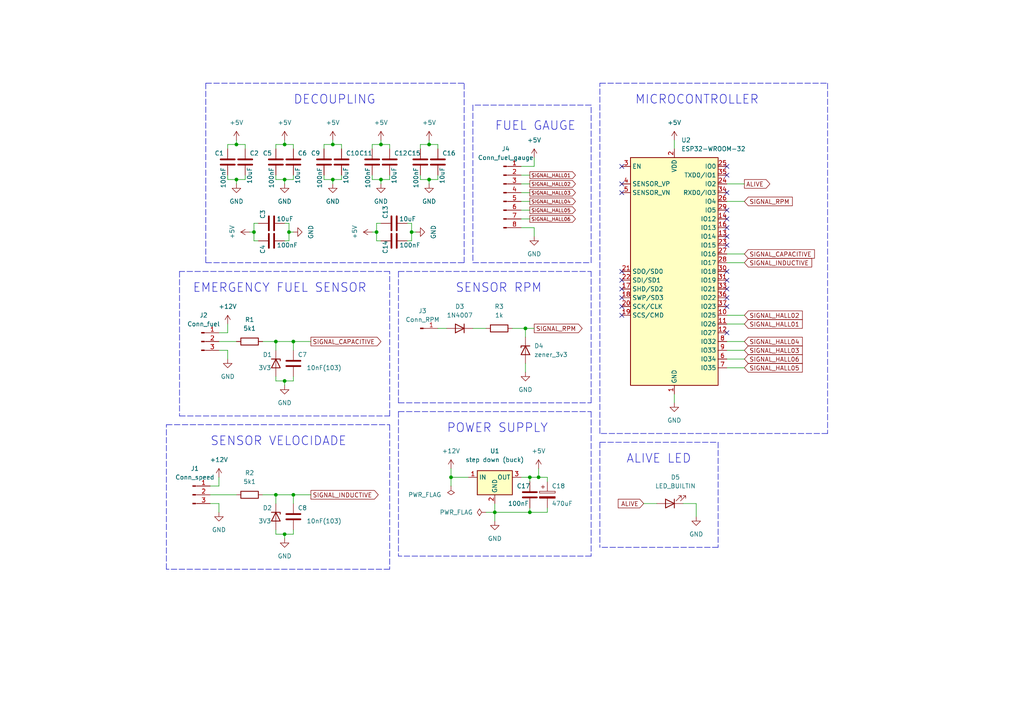
<source format=kicad_sch>
(kicad_sch (version 20211123) (generator eeschema)
  (paper "A4")
  (title_block (title "ECU2") (date "2022-10-30") (rev "v1.0.5") (company "Parahybaja"))
  (lib_symbols
    (symbol "Connector:Conn_01x01_Male" (pin_names (offset 1.016) hide)
      (property "Reference" "J" (at 0 2.54 0))
      (property "Value" "Conn_01x01_Male" (at 0 -2.54 0))
      (symbol "Conn_01x01_Male_1_1"
        (polyline (pts (xy 1.27 0) (xy 0.8636 0)) (stroke (width 0.1524)))
        (rectangle (start 0.8636 0.127) (end 0 -0.127) (stroke (width 0.1524)) (fill (type outline)))
        (pin passive line (at 5.08 0 180) (length 3.81) (name "Pin_1") (number "1"))
      )
    )
    (symbol "Connector:Conn_01x03_Male" (pin_names (offset 1.016) hide)
      (property "Reference" "J" (at 0 5.08 0))
      (property "Value" "Conn_01x03_Male" (at 0 -5.08 0))
      (symbol "Conn_01x03_Male_1_1"
        (polyline (pts (xy 1.27 -2.54) (xy 0.8636 -2.54)) (stroke (width 0.1524)))
        (polyline (pts (xy 1.27 0) (xy 0.8636 0)) (stroke (width 0.1524)))
        (polyline (pts (xy 1.27 2.54) (xy 0.8636 2.54)) (stroke (width 0.1524)))
        (rectangle (start 0.8636 -2.413) (end 0 -2.667) (stroke (width 0.1524)) (fill (type outline)))
        (rectangle (start 0.8636 0.127) (end 0 -0.127) (stroke (width 0.1524)) (fill (type outline)))
        (rectangle (start 0.8636 2.667) (end 0 2.413) (stroke (width 0.1524)) (fill (type outline)))
        (pin passive line (at 5.08 2.54 180) (length 3.81) (name "Pin_1") (number "1"))
        (pin passive line (at 5.08 0 180) (length 3.81) (name "Pin_2") (number "2"))
        (pin passive line (at 5.08 -2.54 180) (length 3.81) (name "Pin_3") (number "3"))
      )
    )
    (symbol "Connector:Conn_01x08_Male" (pin_names (offset 1.016) hide)
      (property "Reference" "J" (at 0 10.16 0))
      (property "Value" "Conn_01x08_Male" (at 0 -12.7 0))
      (symbol "Conn_01x08_Male_1_1"
        (polyline (pts (xy 1.27 -10.16) (xy 0.8636 -10.16)) (stroke (width 0.1524)))
        (polyline (pts (xy 1.27 -7.62) (xy 0.8636 -7.62)) (stroke (width 0.1524)))
        (polyline (pts (xy 1.27 -5.08) (xy 0.8636 -5.08)) (stroke (width 0.1524)))
        (polyline (pts (xy 1.27 -2.54) (xy 0.8636 -2.54)) (stroke (width 0.1524)))
        (polyline (pts (xy 1.27 0) (xy 0.8636 0)) (stroke (width 0.1524)))
        (polyline (pts (xy 1.27 2.54) (xy 0.8636 2.54)) (stroke (width 0.1524)))
        (polyline (pts (xy 1.27 5.08) (xy 0.8636 5.08)) (stroke (width 0.1524)))
        (polyline (pts (xy 1.27 7.62) (xy 0.8636 7.62)) (stroke (width 0.1524)))
        (rectangle (start 0.8636 -10.033) (end 0 -10.287) (stroke (width 0.1524)) (fill (type outline)))
        (rectangle (start 0.8636 -7.493) (end 0 -7.747) (stroke (width 0.1524)) (fill (type outline)))
        (rectangle (start 0.8636 -4.953) (end 0 -5.207) (stroke (width 0.1524)) (fill (type outline)))
        (rectangle (start 0.8636 -2.413) (end 0 -2.667) (stroke (width 0.1524)) (fill (type outline)))
        (rectangle (start 0.8636 0.127) (end 0 -0.127) (stroke (width 0.1524)) (fill (type outline)))
        (rectangle (start 0.8636 2.667) (end 0 2.413) (stroke (width 0.1524)) (fill (type outline)))
        (rectangle (start 0.8636 5.207) (end 0 4.953) (stroke (width 0.1524)) (fill (type outline)))
        (rectangle (start 0.8636 7.747) (end 0 7.493) (stroke (width 0.1524)) (fill (type outline)))
        (pin passive line (at 5.08 7.62 180) (length 3.81) (name "Pin_1") (number "1"))
        (pin passive line (at 5.08 5.08 180) (length 3.81) (name "Pin_2") (number "2"))
        (pin passive line (at 5.08 2.54 180) (length 3.81) (name "Pin_3") (number "3"))
        (pin passive line (at 5.08 0 180) (length 3.81) (name "Pin_4") (number "4"))
        (pin passive line (at 5.08 -2.54 180) (length 3.81) (name "Pin_5") (number "5"))
        (pin passive line (at 5.08 -5.08 180) (length 3.81) (name "Pin_6") (number "6"))
        (pin passive line (at 5.08 -7.62 180) (length 3.81) (name "Pin_7") (number "7"))
        (pin passive line (at 5.08 -10.16 180) (length 3.81) (name "Pin_8") (number "8"))
      )
    )
    (symbol "Converter_DCDC:OKI-78SR-3.3_1.5-W36-C"
      (property "Reference" "U" (at -3.81 3.175 0))
      (property "Value" "OKI-78SR-3.3_1.5-W36-C" (at 0 3.175 0))
      (symbol "OKI-78SR-3.3_1.5-W36-C_0_1"
        (rectangle (start -5.08 1.905) (end 5.08 -5.08) (stroke (width 0.254)) (fill (type background)))
      )
      (symbol "OKI-78SR-3.3_1.5-W36-C_1_1"
        (pin power_in line (at -7.62 0 0) (length 2.54) (name "IN") (number "1"))
        (pin power_in line (at 0 -7.62 90) (length 2.54) (name "GND") (number "2"))
        (pin power_out line (at 7.62 0 180) (length 2.54) (name "OUT") (number "3"))
      )
    )
    (symbol "Device:C" (pin_numbers hide) (pin_names (offset 0.254))
      (property "Reference" "C" (at 0.635 2.54 0))
      (property "Value" "C" (at 0.635 -2.54 0))
      (symbol "C_0_1"
        (polyline (pts (xy -2.032 -0.762) (xy 2.032 -0.762)) (stroke (width 0.508)))
        (polyline (pts (xy -2.032 0.762) (xy 2.032 0.762)) (stroke (width 0.508)))
      )
      (symbol "C_1_1"
        (pin passive line (at 0 3.81 270) (length 2.794) (name "~") (number "1"))
        (pin passive line (at 0 -3.81 90) (length 2.794) (name "~") (number "2"))
      )
    )
    (symbol "Device:C_Polarized" (pin_numbers hide) (pin_names (offset 0.254))
      (property "Reference" "C" (at 0.635 2.54 0))
      (property "Value" "C_Polarized" (at 0.635 -2.54 0))
      (symbol "C_Polarized_0_1"
        (rectangle (start -2.286 0.508) (end 2.286 1.016))
        (polyline (pts (xy -1.778 2.286) (xy -0.762 2.286)))
        (polyline (pts (xy -1.27 2.794) (xy -1.27 1.778)))
        (rectangle (start 2.286 -0.508) (end -2.286 -1.016) (fill (type outline)))
      )
      (symbol "C_Polarized_1_1"
        (pin passive line (at 0 3.81 270) (length 2.794) (name "~") (number "1"))
        (pin passive line (at 0 -3.81 90) (length 2.794) (name "~") (number "2"))
      )
    )
    (symbol "Device:D_Zener" (pin_numbers hide) (pin_names (offset 1.016) hide)
      (property "Reference" "D" (at 0 2.54 0))
      (property "Value" "D_Zener" (at 0 -2.54 0))
      (symbol "D_Zener_0_1"
        (polyline (pts (xy 1.27 0) (xy -1.27 0)))
        (polyline (pts (xy -1.27 -1.27) (xy -1.27 1.27) (xy -0.762 1.27)) (stroke (width 0.254)))
        (polyline (pts (xy 1.27 -1.27) (xy 1.27 1.27) (xy -1.27 0) (xy 1.27 -1.27)) (stroke (width 0.254)))
      )
      (symbol "D_Zener_1_1"
        (pin passive line (at -3.81 0 0) (length 2.54) (name "K") (number "1"))
        (pin passive line (at 3.81 0 180) (length 2.54) (name "A") (number "2"))
      )
    )
    (symbol "Device:LED" (pin_numbers hide) (pin_names (offset 1.016) hide)
      (property "Reference" "D" (at 0 2.54 0))
      (property "Value" "LED" (at 0 -2.54 0))
      (symbol "LED_0_1"
        (polyline (pts (xy -1.27 -1.27) (xy -1.27 1.27)) (stroke (width 0.254)))
        (polyline (pts (xy -1.27 0) (xy 1.27 0)))
        (polyline (pts (xy 1.27 -1.27) (xy 1.27 1.27) (xy -1.27 0) (xy 1.27 -1.27)) (stroke (width 0.254)))
        (polyline (pts (xy -3.048 -0.762) (xy -4.572 -2.286) (xy -3.81 -2.286) (xy -4.572 -2.286) (xy -4.572 -1.524)))
        (polyline (pts (xy -1.778 -0.762) (xy -3.302 -2.286) (xy -2.54 -2.286) (xy -3.302 -2.286) (xy -3.302 -1.524)))
      )
      (symbol "LED_1_1"
        (pin passive line (at -3.81 0 0) (length 2.54) (name "K") (number "1"))
        (pin passive line (at 3.81 0 180) (length 2.54) (name "A") (number "2"))
      )
    )
    (symbol "Device:R" (pin_numbers hide) (pin_names (offset 0))
      (property "Reference" "R" (at 2.032 0 90))
      (property "Value" "R" (at 0 0 90))
      (symbol "R_0_1"
        (rectangle (start -1.016 -2.54) (end 1.016 2.54) (stroke (width 0.254)))
      )
      (symbol "R_1_1"
        (pin passive line (at 0 3.81 270) (length 1.27) (name "~") (number "1"))
        (pin passive line (at 0 -3.81 90) (length 1.27) (name "~") (number "2"))
      )
    )
    (symbol "Diode:1N4007" (pin_numbers hide) (pin_names (offset 1.016) hide)
      (property "Reference" "D" (at 0 2.54 0))
      (property "Value" "1N4007" (at 0 -2.54 0))
      (symbol "1N4007_0_1"
        (polyline (pts (xy -1.27 1.27) (xy -1.27 -1.27)) (stroke (width 0.254)))
        (polyline (pts (xy 1.27 0) (xy -1.27 0)))
        (polyline (pts (xy 1.27 1.27) (xy 1.27 -1.27) (xy -1.27 0) (xy 1.27 1.27)) (stroke (width 0.254)))
      )
      (symbol "1N4007_1_1"
        (pin passive line (at -3.81 0 0) (length 2.54) (name "K") (number "1"))
        (pin passive line (at 3.81 0 180) (length 2.54) (name "A") (number "2"))
      )
    )
    (symbol "RF_Module:ESP32-WROOM-32"
      (property "Reference" "U" (at -12.7 34.29 0))
      (property "Value" "ESP32-WROOM-32" (at 1.27 34.29 0))
      (symbol "ESP32-WROOM-32_0_1"
        (rectangle (start -12.7 33.02) (end 12.7 -33.02) (stroke (width 0.254)) (fill (type background)))
      )
      (symbol "ESP32-WROOM-32_1_1"
        (pin power_in line (at 0 -35.56 90) (length 2.54) (name "GND") (number "1"))
        (pin bidirectional line (at 15.24 -12.7 180) (length 2.54) (name "IO25") (number "10"))
        (pin bidirectional line (at 15.24 -15.24 180) (length 2.54) (name "IO26") (number "11"))
        (pin bidirectional line (at 15.24 -17.78 180) (length 2.54) (name "IO27") (number "12"))
        (pin bidirectional line (at 15.24 10.16 180) (length 2.54) (name "IO14") (number "13"))
        (pin bidirectional line (at 15.24 15.24 180) (length 2.54) (name "IO12") (number "14"))
        (pin passive line (at 0 -35.56 90) (length 2.54) hide (name "GND") (number "15"))
        (pin bidirectional line (at 15.24 12.7 180) (length 2.54) (name "IO13") (number "16"))
        (pin bidirectional line (at -15.24 -5.08 0) (length 2.54) (name "SHD/SD2") (number "17"))
        (pin bidirectional line (at -15.24 -7.62 0) (length 2.54) (name "SWP/SD3") (number "18"))
        (pin bidirectional line (at -15.24 -12.7 0) (length 2.54) (name "SCS/CMD") (number "19"))
        (pin power_in line (at 0 35.56 270) (length 2.54) (name "VDD") (number "2"))
        (pin bidirectional line (at -15.24 -10.16 0) (length 2.54) (name "SCK/CLK") (number "20"))
        (pin bidirectional line (at -15.24 0 0) (length 2.54) (name "SDO/SD0") (number "21"))
        (pin bidirectional line (at -15.24 -2.54 0) (length 2.54) (name "SDI/SD1") (number "22"))
        (pin bidirectional line (at 15.24 7.62 180) (length 2.54) (name "IO15") (number "23"))
        (pin bidirectional line (at 15.24 25.4 180) (length 2.54) (name "IO2") (number "24"))
        (pin bidirectional line (at 15.24 30.48 180) (length 2.54) (name "IO0") (number "25"))
        (pin bidirectional line (at 15.24 20.32 180) (length 2.54) (name "IO4") (number "26"))
        (pin bidirectional line (at 15.24 5.08 180) (length 2.54) (name "IO16") (number "27"))
        (pin bidirectional line (at 15.24 2.54 180) (length 2.54) (name "IO17") (number "28"))
        (pin bidirectional line (at 15.24 17.78 180) (length 2.54) (name "IO5") (number "29"))
        (pin input line (at -15.24 30.48 0) (length 2.54) (name "EN") (number "3"))
        (pin bidirectional line (at 15.24 0 180) (length 2.54) (name "IO18") (number "30"))
        (pin bidirectional line (at 15.24 -2.54 180) (length 2.54) (name "IO19") (number "31"))
        (pin no_connect line (at -12.7 -27.94 0) (length 2.54) hide (name "NC") (number "32"))
        (pin bidirectional line (at 15.24 -5.08 180) (length 2.54) (name "IO21") (number "33"))
        (pin bidirectional line (at 15.24 22.86 180) (length 2.54) (name "RXD0/IO3") (number "34"))
        (pin bidirectional line (at 15.24 27.94 180) (length 2.54) (name "TXD0/IO1") (number "35"))
        (pin bidirectional line (at 15.24 -7.62 180) (length 2.54) (name "IO22") (number "36"))
        (pin bidirectional line (at 15.24 -10.16 180) (length 2.54) (name "IO23") (number "37"))
        (pin passive line (at 0 -35.56 90) (length 2.54) hide (name "GND") (number "38"))
        (pin passive line (at 0 -35.56 90) (length 2.54) hide (name "GND") (number "39"))
        (pin input line (at -15.24 25.4 0) (length 2.54) (name "SENSOR_VP") (number "4"))
        (pin input line (at -15.24 22.86 0) (length 2.54) (name "SENSOR_VN") (number "5"))
        (pin input line (at 15.24 -25.4 180) (length 2.54) (name "IO34") (number "6"))
        (pin input line (at 15.24 -27.94 180) (length 2.54) (name "IO35") (number "7"))
        (pin bidirectional line (at 15.24 -20.32 180) (length 2.54) (name "IO32") (number "8"))
        (pin bidirectional line (at 15.24 -22.86 180) (length 2.54) (name "IO33") (number "9"))
      )
    )
    (symbol "power:+12V" (power) (pin_names (offset 0))
      (property "Value" "+12V" (at 0 3.556 0))
      (symbol "+12V_0_1"
        (polyline (pts (xy -0.762 1.27) (xy 0 2.54)))
        (polyline (pts (xy 0 0) (xy 0 2.54)))
        (polyline (pts (xy 0 2.54) (xy 0.762 1.27)))
      )
      (symbol "+12V_1_1"
        (pin power_in line (at 0 0 90) (length 0) hide (name "+12V") (number "1"))
      )
    )
    (symbol "power:+5V" (power) (pin_names (offset 0))
      (property "Value" "+5V" (at 0 3.556 0))
      (symbol "+5V_0_1"
        (polyline (pts (xy -0.762 1.27) (xy 0 2.54)))
        (polyline (pts (xy 0 0) (xy 0 2.54)))
        (polyline (pts (xy 0 2.54) (xy 0.762 1.27)))
      )
      (symbol "+5V_1_1"
        (pin power_in line (at 0 0 90) (length 0) hide (name "+5V") (number "1"))
      )
    )
    (symbol "power:GND" (power) (pin_names (offset 0))
      (property "Value" "GND" (at 0 -3.81 0))
      (symbol "GND_0_1"
        (polyline (pts (xy 0 0) (xy 0 -1.27) (xy 1.27 -1.27) (xy 0 -2.54) (xy -1.27 -1.27) (xy 0 -1.27)))
      )
      (symbol "GND_1_1"
        (pin power_in line (at 0 0 270) (length 0) hide (name "GND") (number "1"))
      )
    )
    (symbol "power:PWR_FLAG" (power) (pin_numbers hide) (pin_names (offset 0) hide)
      (property "Value" "PWR_FLAG" (at 0 3.81 0))
      (symbol "PWR_FLAG_0_0"
        (pin power_out line (at 0 0 90) (length 0) (name "pwr") (number "1"))
      )
      (symbol "PWR_FLAG_0_1"
        (polyline (pts (xy 0 0) (xy 0 1.27) (xy -1.016 1.905) (xy 0 2.54) (xy 1.016 1.905) (xy 0 1.27)))
      )
    )
  )
  (junction (at 68.58 41.91))
  (junction (at 124.46 52.07))
  (junction (at 152.4 95.25))
  (junction (at 153.67 138.43))
  (junction (at 110.49 41.91))
  (junction (at 68.58 52.07))
  (junction (at 80.01 99.06))
  (junction (at 130.81 138.43))
  (junction (at 85.09 99.06))
  (junction (at 156.21 138.43))
  (junction (at 109.22 67.31))
  (junction (at 119.38 67.31))
  (junction (at 82.55 110.49))
  (junction (at 124.46 41.91))
  (junction (at 153.67 148.59))
  (junction (at 96.52 52.07))
  (junction (at 96.52 41.91))
  (junction (at 110.49 52.07))
  (junction (at 83.82 67.31))
  (junction (at 73.66 67.31))
  (junction (at 80.01 143.51))
  (junction (at 82.55 41.91))
  (junction (at 82.55 154.94))
  (junction (at 85.09 143.51))
  (junction (at 143.51 148.59))
  (junction (at 82.55 52.07))
  (no_connect (at 210.82 66.04))
  (no_connect (at 180.34 78.74))
  (no_connect (at 210.82 63.5))
  (no_connect (at 180.34 88.9))
  (no_connect (at 180.34 91.44))
  (no_connect (at 180.34 81.28))
  (no_connect (at 180.34 83.82))
  (no_connect (at 180.34 86.36))
  (no_connect (at 210.82 81.28))
  (no_connect (at 180.34 55.88))
  (no_connect (at 180.34 53.34))
  (no_connect (at 210.82 78.74))
  (no_connect (at 210.82 88.9))
  (no_connect (at 210.82 50.8))
  (no_connect (at 210.82 96.52))
  (no_connect (at 210.82 71.12))
  (no_connect (at 210.82 86.36))
  (no_connect (at 180.34 48.26))
  (no_connect (at 210.82 48.26))
  (no_connect (at 210.82 60.96))
  (no_connect (at 210.82 55.88))
  (no_connect (at 210.82 68.58))
  (no_connect (at 210.82 83.82))
  (wire (pts (xy 66.04 52.07) (xy 66.04 50.8)))
  (wire (pts (xy 140.97 148.59) (xy 143.51 148.59)))
  (polyline (pts (xy 171.45 30.48) (xy 137.16 30.48)))
  (wire (pts (xy 151.13 50.8) (xy 153.67 50.8)))
  (wire (pts (xy 121.92 52.07) (xy 121.92 50.8)))
  (wire (pts (xy 63.5 101.6) (xy 66.04 101.6)))
  (polyline (pts (xy 115.57 119.38) (xy 115.57 161.29)))
  (wire (pts (xy 85.09 146.05) (xy 85.09 143.51)))
  (wire (pts (xy 82.55 111.76) (xy 82.55 110.49)))
  (wire (pts (xy 99.06 41.91) (xy 99.06 43.18)))
  (wire (pts (xy 85.09 143.51) (xy 90.17 143.51)))
  (wire (pts (xy 68.58 41.91) (xy 71.12 41.91)))
  (wire (pts (xy 151.13 63.5) (xy 153.67 63.5)))
  (wire (pts (xy 201.93 146.05) (xy 198.12 146.05)))
  (wire (pts (xy 66.04 41.91) (xy 66.04 43.18)))
  (polyline (pts (xy 173.99 125.73) (xy 173.99 24.13)))
  (wire (pts (xy 82.55 52.07) (xy 80.01 52.07)))
  (wire (pts (xy 83.82 64.77) (xy 82.55 64.77)))
  (polyline (pts (xy 52.07 120.65) (xy 113.03 120.65)))
  (wire (pts (xy 156.21 135.89) (xy 156.21 138.43)))
  (wire (pts (xy 73.66 69.85) (xy 74.93 69.85)))
  (wire (pts (xy 82.55 156.21) (xy 82.55 154.94)))
  (wire (pts (xy 96.52 52.07) (xy 99.06 52.07)))
  (wire (pts (xy 158.75 148.59) (xy 153.67 148.59)))
  (wire (pts (xy 130.81 135.89) (xy 130.81 138.43)))
  (wire (pts (xy 195.58 114.3) (xy 195.58 116.84)))
  (wire (pts (xy 195.58 40.64) (xy 195.58 43.18)))
  (wire (pts (xy 99.06 52.07) (xy 99.06 50.8)))
  (wire (pts (xy 85.09 110.49) (xy 85.09 109.22)))
  (wire (pts (xy 110.49 40.64) (xy 110.49 41.91)))
  (polyline (pts (xy 48.26 165.1) (xy 48.26 123.19)))
  (polyline (pts (xy 113.03 120.65) (xy 113.03 78.74)))
  (wire (pts (xy 82.55 41.91) (xy 80.01 41.91)))
  (wire (pts (xy 109.22 64.77) (xy 110.49 64.77)))
  (polyline (pts (xy 240.03 125.73) (xy 173.99 125.73)))
  (wire (pts (xy 96.52 53.34) (xy 96.52 52.07)))
  (wire (pts (xy 107.95 67.31) (xy 109.22 67.31)))
  (wire (pts (xy 96.52 41.91) (xy 99.06 41.91)))
  (wire (pts (xy 96.52 41.91) (xy 93.98 41.91)))
  (wire (pts (xy 201.93 149.86) (xy 201.93 146.05)))
  (wire (pts (xy 210.82 93.98) (xy 215.9 93.98)))
  (polyline (pts (xy 59.69 76.2) (xy 134.62 76.2)))
  (wire (pts (xy 153.67 138.43) (xy 151.13 138.43)))
  (wire (pts (xy 80.01 110.49) (xy 80.01 109.22)))
  (polyline (pts (xy 115.57 116.84) (xy 171.45 116.84)))
  (wire (pts (xy 110.49 53.34) (xy 110.49 52.07)))
  (wire (pts (xy 124.46 40.64) (xy 124.46 41.91)))
  (wire (pts (xy 73.66 64.77) (xy 74.93 64.77)))
  (wire (pts (xy 60.96 143.51) (xy 68.58 143.51)))
  (wire (pts (xy 124.46 41.91) (xy 121.92 41.91)))
  (wire (pts (xy 151.13 48.26) (xy 154.94 48.26)))
  (wire (pts (xy 73.66 67.31) (xy 73.66 69.85)))
  (wire (pts (xy 186.69 146.05) (xy 190.5 146.05)))
  (polyline (pts (xy 59.69 24.13) (xy 134.62 24.13)))
  (wire (pts (xy 68.58 52.07) (xy 66.04 52.07)))
  (wire (pts (xy 82.55 53.34) (xy 82.55 52.07)))
  (polyline (pts (xy 173.99 24.13) (xy 240.03 24.13)))
  (wire (pts (xy 210.82 76.2) (xy 215.9 76.2)))
  (polyline (pts (xy 52.07 78.74) (xy 52.07 120.65)))
  (polyline (pts (xy 113.03 165.1) (xy 48.26 165.1)))
  (polyline (pts (xy 115.57 119.38) (xy 171.45 119.38)))
  (wire (pts (xy 85.09 154.94) (xy 85.09 153.67)))
  (wire (pts (xy 80.01 154.94) (xy 80.01 153.67)))
  (wire (pts (xy 127 95.25) (xy 129.54 95.25)))
  (wire (pts (xy 121.92 41.91) (xy 121.92 43.18)))
  (wire (pts (xy 120.65 67.31) (xy 119.38 67.31)))
  (wire (pts (xy 80.01 52.07) (xy 80.01 50.8)))
  (wire (pts (xy 80.01 41.91) (xy 80.01 43.18)))
  (wire (pts (xy 210.82 101.6) (xy 215.9 101.6)))
  (wire (pts (xy 68.58 53.34) (xy 68.58 52.07)))
  (wire (pts (xy 119.38 67.31) (xy 119.38 64.77)))
  (wire (pts (xy 83.82 69.85) (xy 82.55 69.85)))
  (polyline (pts (xy 137.16 30.48) (xy 137.16 76.2)))
  (wire (pts (xy 83.82 67.31) (xy 83.82 64.77)))
  (wire (pts (xy 124.46 53.34) (xy 124.46 52.07)))
  (wire (pts (xy 73.66 67.31) (xy 73.66 64.77)))
  (wire (pts (xy 96.52 40.64) (xy 96.52 41.91)))
  (wire (pts (xy 80.01 101.6) (xy 80.01 99.06)))
  (wire (pts (xy 66.04 101.6) (xy 66.04 104.14)))
  (wire (pts (xy 72.39 67.31) (xy 73.66 67.31)))
  (wire (pts (xy 109.22 67.31) (xy 109.22 64.77)))
  (wire (pts (xy 85.09 99.06) (xy 90.17 99.06)))
  (wire (pts (xy 156.21 138.43) (xy 153.67 138.43)))
  (polyline (pts (xy 115.57 78.74) (xy 115.57 116.84)))
  (polyline (pts (xy 173.99 128.27) (xy 208.28 128.27)))
  (wire (pts (xy 158.75 147.32) (xy 158.75 148.59)))
  (wire (pts (xy 80.01 143.51) (xy 76.2 143.51)))
  (wire (pts (xy 124.46 52.07) (xy 121.92 52.07)))
  (wire (pts (xy 124.46 41.91) (xy 127 41.91)))
  (polyline (pts (xy 208.28 128.27) (xy 208.28 158.75)))
  (wire (pts (xy 110.49 41.91) (xy 113.03 41.91)))
  (wire (pts (xy 60.96 146.05) (xy 63.5 146.05)))
  (wire (pts (xy 71.12 41.91) (xy 71.12 43.18)))
  (wire (pts (xy 107.95 52.07) (xy 107.95 50.8)))
  (polyline (pts (xy 171.45 119.38) (xy 171.45 161.29)))
  (wire (pts (xy 113.03 41.91) (xy 113.03 43.18)))
  (wire (pts (xy 153.67 138.43) (xy 153.67 139.7)))
  (wire (pts (xy 154.94 45.72) (xy 154.94 48.26)))
  (polyline (pts (xy 113.03 78.74) (xy 52.07 78.74)))
  (wire (pts (xy 109.22 67.31) (xy 109.22 69.85)))
  (wire (pts (xy 127 41.91) (xy 127 43.18)))
  (wire (pts (xy 82.55 154.94) (xy 80.01 154.94)))
  (wire (pts (xy 63.5 99.06) (xy 68.58 99.06)))
  (wire (pts (xy 63.5 96.52) (xy 66.04 96.52)))
  (wire (pts (xy 158.75 138.43) (xy 158.75 139.7)))
  (wire (pts (xy 210.82 58.42) (xy 215.9 58.42)))
  (wire (pts (xy 82.55 41.91) (xy 85.09 41.91)))
  (wire (pts (xy 210.82 73.66) (xy 215.9 73.66)))
  (wire (pts (xy 83.82 67.31) (xy 83.82 69.85)))
  (wire (pts (xy 109.22 69.85) (xy 110.49 69.85)))
  (wire (pts (xy 85.09 101.6) (xy 85.09 99.06)))
  (polyline (pts (xy 48.26 123.19) (xy 113.03 123.19)))
  (wire (pts (xy 210.82 106.68) (xy 215.9 106.68)))
  (wire (pts (xy 119.38 69.85) (xy 118.11 69.85)))
  (wire (pts (xy 71.12 52.07) (xy 71.12 50.8)))
  (polyline (pts (xy 173.99 128.27) (xy 173.99 158.75)))
  (wire (pts (xy 110.49 52.07) (xy 113.03 52.07)))
  (wire (pts (xy 153.67 147.32) (xy 153.67 148.59)))
  (wire (pts (xy 63.5 146.05) (xy 63.5 148.59)))
  (polyline (pts (xy 171.45 76.2) (xy 171.45 30.48)))
  (wire (pts (xy 152.4 95.25) (xy 152.4 97.79)))
  (wire (pts (xy 113.03 52.07) (xy 113.03 50.8)))
  (wire (pts (xy 119.38 67.31) (xy 119.38 69.85)))
  (wire (pts (xy 137.16 95.25) (xy 140.97 95.25)))
  (wire (pts (xy 127 52.07) (xy 127 50.8)))
  (wire (pts (xy 85.09 143.51) (xy 80.01 143.51)))
  (wire (pts (xy 68.58 52.07) (xy 71.12 52.07)))
  (wire (pts (xy 151.13 60.96) (xy 153.67 60.96)))
  (wire (pts (xy 110.49 52.07) (xy 107.95 52.07)))
  (wire (pts (xy 153.67 148.59) (xy 143.51 148.59)))
  (wire (pts (xy 143.51 146.05) (xy 143.51 148.59)))
  (wire (pts (xy 82.55 110.49) (xy 85.09 110.49)))
  (wire (pts (xy 63.5 140.97) (xy 60.96 140.97)))
  (wire (pts (xy 152.4 95.25) (xy 154.94 95.25)))
  (wire (pts (xy 68.58 41.91) (xy 66.04 41.91)))
  (wire (pts (xy 107.95 41.91) (xy 107.95 43.18)))
  (wire (pts (xy 66.04 93.98) (xy 66.04 96.52)))
  (polyline (pts (xy 134.62 76.2) (xy 134.62 24.13)))
  (polyline (pts (xy 171.45 161.29) (xy 115.57 161.29)))
  (wire (pts (xy 154.94 68.58) (xy 154.94 66.04)))
  (wire (pts (xy 110.49 41.91) (xy 107.95 41.91)))
  (wire (pts (xy 210.82 53.34) (xy 215.9 53.34)))
  (wire (pts (xy 96.52 52.07) (xy 93.98 52.07)))
  (wire (pts (xy 82.55 154.94) (xy 85.09 154.94)))
  (wire (pts (xy 151.13 58.42) (xy 153.67 58.42)))
  (wire (pts (xy 148.59 95.25) (xy 152.4 95.25)))
  (polyline (pts (xy 240.03 24.13) (xy 240.03 125.73)))
  (wire (pts (xy 93.98 41.91) (xy 93.98 43.18)))
  (wire (pts (xy 156.21 138.43) (xy 158.75 138.43)))
  (wire (pts (xy 143.51 148.59) (xy 143.51 151.13)))
  (wire (pts (xy 151.13 66.04) (xy 154.94 66.04)))
  (wire (pts (xy 93.98 52.07) (xy 93.98 50.8)))
  (polyline (pts (xy 171.45 116.84) (xy 171.45 78.74)))
  (wire (pts (xy 119.38 64.77) (xy 118.11 64.77)))
  (wire (pts (xy 130.81 138.43) (xy 130.81 140.97)))
  (wire (pts (xy 124.46 52.07) (xy 127 52.07)))
  (wire (pts (xy 63.5 138.43) (xy 63.5 140.97)))
  (wire (pts (xy 152.4 107.95) (xy 152.4 105.41)))
  (wire (pts (xy 210.82 91.44) (xy 215.9 91.44)))
  (wire (pts (xy 85.09 67.31) (xy 83.82 67.31)))
  (polyline (pts (xy 208.28 158.75) (xy 173.99 158.75)))
  (polyline (pts (xy 137.16 76.2) (xy 171.45 76.2)))
  (wire (pts (xy 82.55 110.49) (xy 80.01 110.49)))
  (polyline (pts (xy 115.57 78.74) (xy 171.45 78.74)))
  (wire (pts (xy 82.55 40.64) (xy 82.55 41.91)))
  (wire (pts (xy 80.01 99.06) (xy 76.2 99.06)))
  (wire (pts (xy 130.81 138.43) (xy 135.89 138.43)))
  (wire (pts (xy 68.58 40.64) (xy 68.58 41.91)))
  (wire (pts (xy 80.01 146.05) (xy 80.01 143.51)))
  (wire (pts (xy 85.09 99.06) (xy 80.01 99.06)))
  (polyline (pts (xy 59.69 24.13) (xy 59.69 76.2)))
  (wire (pts (xy 85.09 41.91) (xy 85.09 43.18)))
  (wire (pts (xy 85.09 52.07) (xy 85.09 50.8)))
  (wire (pts (xy 82.55 52.07) (xy 85.09 52.07)))
  (wire (pts (xy 210.82 104.14) (xy 215.9 104.14)))
  (wire (pts (xy 210.82 99.06) (xy 215.9 99.06)))
  (wire (pts (xy 151.13 53.34) (xy 153.67 53.34)))
  (wire (pts (xy 151.13 55.88) (xy 153.67 55.88)))
  (polyline (pts (xy 113.03 123.19) (xy 113.03 165.1)))
  (text "FUEL GAUGE" (at 143.51 38.1 0) (effects (font (size 2.54 2.54)) (justify left bottom)))
  (text "SENSOR VELOCIDADE" (at 60.96 129.54 0) (effects (font (size 2.54 2.54)) (justify left bottom)))
  (text "EMERGENCY FUEL SENSOR" (at 55.88 85.09 0) (effects (font (size 2.54 2.54)) (justify left bottom)))
  (text "SENSOR RPM" (at 132.08 85.09 0) (effects (font (size 2.54 2.54)) (justify left bottom)))
  (text "ALIVE LED" (at 181.61 134.62 0) (effects (font (size 2.54 2.54)) (justify left bottom)))
  (text "POWER SUPPLY" (at 129.54 125.73 0) (effects (font (size 2.54 2.54)) (justify left bottom)))
  (text "MICROCONTROLLER" (at 184.15 30.48 0) (effects (font (size 2.54 2.54)) (justify left bottom)))
  (text "DECOUPLING" (at 85.09 30.48 0) (effects (font (size 2.54 2.54)) (justify left bottom)))
  (global_label "SIGNAL_CAPACITIVE" (shape output) (at 90.17 99.06 0) (property "Referências entre as folhas" "${INTERSHEET_REFS}" (effects hide)))
  (global_label "ALIVE" (shape output) (at 215.9 53.34 0) (property "Intersheet References" "${INTERSHEET_REFS}" (effects hide)))
  (global_label "SIGNAL_INDUCTIVE" (shape output) (at 90.17 143.51 0) (property "Referências entre as folhas" "${INTERSHEET_REFS}" (effects hide)))
  (global_label "SIGNAL_HALL03" (shape input) (at 215.9 101.6 0) (property "Referências entre as folhas" "${INTERSHEET_REFS}" (effects hide)))
  (global_label "SIGNAL_HALL03" (shape output) (at 153.67 55.88 0) (effects (font (size 1 1))) (property "Referências entre as folhas" "${INTERSHEET_REFS}" (effects hide)))
  (global_label "SIGNAL_RPM" (shape output) (at 154.94 95.25 0) (property "Referências entre as folhas" "${INTERSHEET_REFS}" (effects hide)))
  (global_label "ALIVE" (shape input) (at 186.69 146.05 180) (property "Intersheet References" "${INTERSHEET_REFS}" (effects hide)))
  (global_label "SIGNAL_HALL04" (shape input) (at 215.9 99.06 0) (property "Referências entre as folhas" "${INTERSHEET_REFS}" (effects hide)))
  (global_label "SIGNAL_HALL01" (shape output) (at 153.67 50.8 0) (effects (font (size 1 1))) (property "Referências entre as folhas" "${INTERSHEET_REFS}" (effects hide)))
  (global_label "SIGNAL_HALL04" (shape output) (at 153.67 58.42 0) (effects (font (size 1 1))) (property "Referências entre as folhas" "${INTERSHEET_REFS}" (effects hide)))
  (global_label "SIGNAL_HALL01" (shape input) (at 215.9 93.98 0) (property "Referências entre as folhas" "${INTERSHEET_REFS}" (effects hide)))
  (global_label "SIGNAL_HALL02" (shape input) (at 215.9 91.44 0) (property "Referências entre as folhas" "${INTERSHEET_REFS}" (effects hide)))
  (global_label "SIGNAL_RPM" (shape input) (at 215.9 58.42 0) (property "Referências entre as folhas" "${INTERSHEET_REFS}" (effects hide)))
  (global_label "SIGNAL_HALL05" (shape output) (at 153.67 60.96 0) (effects (font (size 1 1))) (property "Referências entre as folhas" "${INTERSHEET_REFS}" (effects hide)))
  (global_label "SIGNAL_HALL02" (shape output) (at 153.67 53.34 0) (effects (font (size 1 1))) (property "Referências entre as folhas" "${INTERSHEET_REFS}" (effects hide)))
  (global_label "SIGNAL_HALL06" (shape output) (at 153.67 63.5 0) (effects (font (size 1 1))) (property "Referências entre as folhas" "${INTERSHEET_REFS}" (effects hide)))
  (global_label "SIGNAL_HALL06" (shape input) (at 215.9 104.14 0) (property "Referências entre as folhas" "${INTERSHEET_REFS}" (effects hide)))
  (global_label "SIGNAL_INDUCTIVE" (shape input) (at 215.9 76.2 0) (property "Referências entre as folhas" "${INTERSHEET_REFS}" (effects hide)))
  (global_label "SIGNAL_CAPACITIVE" (shape input) (at 215.9 73.66 0) (property "Referências entre as folhas" "${INTERSHEET_REFS}" (effects hide)))
  (global_label "SIGNAL_HALL05" (shape input) (at 215.9 106.68 0) (property "Referências entre as folhas" "${INTERSHEET_REFS}" (effects hide)))
  (symbol (lib_id "Device:C") (at 78.74 69.85 90) (unit 1)
    (property "Reference" "C4" (at 76.2 73.66 0) (effects (justify left)))
    (property "Value" "100nF" (at 86.36 71.12 90) (effects (justify left)))
  )
  (symbol (lib_id "power:+5V") (at 195.58 40.64 0) (unit 1)
    (property "Reference" "#PWR027" (effects hide))
    (property "Value" "+5V" (at 195.58 35.56 0))
  )
  (symbol (lib_id "power:+5V") (at 154.94 45.72 0) (unit 1)
    (property "Reference" "#PWR024" (effects hide))
    (property "Value" "+5V" (at 154.94 40.64 0))
  )
  (symbol (lib_id "power:+5V") (at 107.95 67.31 90) (unit 1)
    (property "Reference" "#PWR015" (effects hide))
    (property "Value" "+5V" (at 102.87 67.31 0))
  )
  (symbol (lib_id "power:+5V") (at 82.55 40.64 0) (unit 1)
    (property "Reference" "#PWR08" (effects hide))
    (property "Value" "+5V" (at 82.55 35.56 0))
  )
  (symbol (lib_id "Device:C") (at 78.74 64.77 90) (unit 1)
    (property "Reference" "C3" (at 76.2 63.5 0) (effects (justify left)))
    (property "Value" "10uF" (at 85.09 63.5 90) (effects (justify left)))
  )
  (symbol (lib_id "Device:C") (at 153.67 143.51 0) (unit 1)
    (property "Reference" "C17" (at 149.86 140.97 0) (effects (justify left)))
    (property "Value" "100nF" (at 147.32 146.05 0) (effects (justify left)))
  )
  (symbol (lib_id "power:PWR_FLAG") (at 130.81 140.97 180) (unit 1)
    (property "Reference" "#FLG01" (effects hide))
    (property "Value" "PWR_FLAG" (at 123.19 143.51 0))
  )
  (symbol (lib_id "Device:C") (at 93.98 46.99 0) (unit 1)
    (property "Reference" "C9" (at 90.17 44.45 0) (effects (justify left)))
    (property "Value" "100nF" (at 92.71 54.61 90) (effects (justify left)))
  )
  (symbol (lib_id "Device:R") (at 72.39 99.06 90) (unit 1)
    (property "Reference" "R1" (at 72.39 92.71 90))
    (property "Value" "5k1" (at 72.39 95.25 90))
  )
  (symbol (lib_id "power:GND") (at 68.58 53.34 0) (unit 1)
    (property "Reference" "#PWR06" (effects hide))
    (property "Value" "GND" (at 68.58 58.42 0))
  )
  (symbol (lib_id "power:GND") (at 195.58 116.84 0) (unit 1)
    (property "Reference" "#PWR028" (effects hide))
    (property "Value" "GND" (at 195.58 121.92 0))
  )
  (symbol (lib_id "Device:C") (at 113.03 46.99 0) (unit 1)
    (property "Reference" "C12" (at 114.3 44.45 0) (effects (justify left)))
    (property "Value" "10uF" (at 114.3 53.34 90) (effects (justify left)))
  )
  (symbol (lib_id "Device:C") (at 85.09 46.99 0) (unit 1)
    (property "Reference" "C6" (at 86.36 44.45 0) (effects (justify left)))
    (property "Value" "10uF" (at 86.36 53.34 90) (effects (justify left)))
  )
  (symbol (lib_id "Device:C_Polarized") (at 158.75 143.51 0) (unit 1)
    (property "Reference" "C18" (at 160.02 140.97 0) (effects (justify left)))
    (property "Value" "470uF" (at 160.02 146.05 0) (effects (justify left)))
  )
  (symbol (lib_id "power:GND") (at 82.55 156.21 0) (unit 1)
    (property "Reference" "#PWR011" (effects hide))
    (property "Value" "GND" (at 82.55 161.29 0))
  )
  (symbol (lib_id "RF_Module:ESP32-WROOM-32") (at 195.58 78.74 0) (unit 1)
    (property "Reference" "U2" (at 197.5994 40.64 0) (effects (justify left)))
    (property "Value" "ESP32-WROOM-32" (at 197.5994 43.18 0) (effects (justify left)))
    (property "Footprint" "RF_Module:ESP32-WROOM-32" (effects hide))
    (property "Datasheet" "https://www.espressif.com/sites/default/files/documentation/esp32-wroom-32_datasheet_en.pdf" (effects hide))
  )
  (symbol (lib_id "Device:C") (at 66.04 46.99 0) (unit 1)
    (property "Reference" "C1" (at 62.23 44.45 0) (effects (justify left)))
    (property "Value" "100nF" (at 64.77 54.61 90) (effects (justify left)))
  )
  (symbol (lib_id "Device:D_Zener") (at 80.01 105.41 270) (unit 1)
    (property "Reference" "D1" (at 76.2 102.87 90) (effects (justify left)))
    (property "Value" "3V3" (at 74.93 106.68 90) (effects (justify left)))
  )
  (symbol (lib_id "power:GND") (at 120.65 67.31 90) (unit 1)
    (property "Reference" "#PWR018" (effects hide))
    (property "Value" "GND" (at 125.73 67.31 0))
  )
  (symbol (lib_id "Device:C") (at 114.3 64.77 90) (unit 1)
    (property "Reference" "C13" (at 111.76 63.5 0) (effects (justify left)))
    (property "Value" "10uF" (at 120.65 63.5 90) (effects (justify left)))
  )
  (symbol (lib_id "power:+12V") (at 63.5 138.43 0) (unit 1)
    (property "Reference" "#PWR01" (effects hide))
    (property "Value" "+12V" (at 63.5 133.35 0))
  )
  (symbol (lib_id "power:GND") (at 82.55 53.34 0) (unit 1)
    (property "Reference" "#PWR09" (effects hide))
    (property "Value" "GND" (at 82.55 58.42 0))
  )
  (symbol (lib_id "Connector:Conn_01x03_Male") (at 58.42 99.06 0) (unit 1)
    (property "Reference" "J2" (at 59.055 91.44 0))
    (property "Value" "Conn_fuel" (at 59.055 93.98 0))
  )
  (symbol (lib_id "Device:C") (at 85.09 105.41 0) (unit 1)
    (property "Reference" "C7" (at 86.36 102.87 0) (effects (justify left)))
    (property "Value" "10nF(103)" (at 88.9 106.6799 0) (effects (justify left)))
  )
  (symbol (lib_id "power:GND") (at 201.93 149.86 0) (unit 1)
    (property "Reference" "#PWR029" (effects hide))
    (property "Value" "GND" (at 201.93 154.94 0))
  )
  (symbol (lib_id "Device:R") (at 144.78 95.25 90) (unit 1)
    (property "Reference" "R3" (at 144.78 88.9 90))
    (property "Value" "1k" (at 144.78 91.44 90))
  )
  (symbol (lib_id "Device:LED") (at 194.31 146.05 180) (unit 1)
    (property "Reference" "D5" (at 195.8975 138.43 0))
    (property "Value" "LED_BUILTIN" (at 195.8975 140.97 0))
  )
  (symbol (lib_id "power:+12V") (at 130.81 135.89 0) (unit 1)
    (property "Reference" "#PWR021" (effects hide))
    (property "Value" "+12V" (at 130.81 130.81 0))
  )
  (symbol (lib_id "Device:C") (at 80.01 46.99 0) (unit 1)
    (property "Reference" "C5" (at 76.2 44.45 0) (effects (justify left)))
    (property "Value" "100nF" (at 78.74 54.61 90) (effects (justify left)))
  )
  (symbol (lib_id "power:GND") (at 152.4 107.95 0) (unit 1)
    (property "Reference" "#PWR023" (effects hide))
    (property "Value" "GND" (at 152.4 113.03 0))
  )
  (symbol (lib_id "power:GND") (at 66.04 104.14 0) (unit 1)
    (property "Reference" "#PWR04" (effects hide))
    (property "Value" "GND" (at 66.04 109.22 0))
  )
  (symbol (lib_id "Connector:Conn_01x03_Male") (at 55.88 143.51 0) (unit 1)
    (property "Reference" "J1" (at 56.515 135.89 0))
    (property "Value" "Conn_speed" (at 56.515 138.43 0))
  )
  (symbol (lib_id "Connector:Conn_01x01_Male") (at 121.92 95.25 0) (unit 1)
    (property "Reference" "J3" (at 122.555 90.17 0))
    (property "Value" "Conn_RPM" (at 122.555 92.71 0))
  )
  (symbol (lib_id "Device:C") (at 121.92 46.99 0) (unit 1)
    (property "Reference" "C15" (at 118.11 44.45 0) (effects (justify left)))
    (property "Value" "100nF" (at 120.65 54.61 90) (effects (justify left)))
  )
  (symbol (lib_id "power:GND") (at 110.49 53.34 0) (unit 1)
    (property "Reference" "#PWR017" (effects hide))
    (property "Value" "GND" (at 110.49 58.42 0))
  )
  (symbol (lib_id "Device:C") (at 85.09 149.86 0) (unit 1)
    (property "Reference" "C8" (at 86.36 147.32 0) (effects (justify left)))
    (property "Value" "10nF(103)" (at 88.9 151.1299 0) (effects (justify left)))
  )
  (symbol (lib_id "power:GND") (at 154.94 68.58 0) (unit 1)
    (property "Reference" "#PWR025" (effects hide))
    (property "Value" "GND" (at 154.94 73.66 0))
  )
  (symbol (lib_id "power:GND") (at 143.51 151.13 0) (unit 1)
    (property "Reference" "#PWR022" (effects hide))
    (property "Value" "GND" (at 143.51 156.21 0))
  )
  (symbol (lib_id "power:+5V") (at 156.21 135.89 0) (unit 1)
    (property "Reference" "#PWR026" (effects hide))
    (property "Value" "+5V" (at 156.21 130.81 0))
  )
  (symbol (lib_id "Device:C") (at 99.06 46.99 0) (unit 1)
    (property "Reference" "C10" (at 100.33 44.45 0) (effects (justify left)))
    (property "Value" "10uF" (at 100.33 53.34 90) (effects (justify left)))
  )
  (symbol (lib_id "Device:R") (at 72.39 143.51 90) (unit 1)
    (property "Reference" "R2" (at 72.39 137.16 90))
    (property "Value" "5k1" (at 72.39 139.7 90))
  )
  (symbol (lib_id "Device:C") (at 127 46.99 0) (unit 1)
    (property "Reference" "C16" (at 128.27 44.45 0) (effects (justify left)))
    (property "Value" "10uF" (at 128.27 53.34 90) (effects (justify left)))
  )
  (symbol (lib_id "power:GND") (at 124.46 53.34 0) (unit 1)
    (property "Reference" "#PWR020" (effects hide))
    (property "Value" "GND" (at 124.46 58.42 0))
  )
  (symbol (lib_id "power:+12V") (at 66.04 93.98 0) (unit 1)
    (property "Reference" "#PWR03" (effects hide))
    (property "Value" "+12V" (at 66.04 88.9 0))
  )
  (symbol (lib_id "power:GND") (at 63.5 148.59 0) (unit 1)
    (property "Reference" "#PWR02" (effects hide))
    (property "Value" "GND" (at 63.5 153.67 0))
  )
  (symbol (lib_id "Device:C") (at 107.95 46.99 0) (unit 1)
    (property "Reference" "C11" (at 104.14 44.45 0) (effects (justify left)))
    (property "Value" "100nF" (at 106.68 54.61 90) (effects (justify left)))
  )
  (symbol (lib_id "power:+5V") (at 72.39 67.31 90) (unit 1)
    (property "Reference" "#PWR07" (effects hide))
    (property "Value" "+5V" (at 67.31 67.31 0))
  )
  (symbol (lib_id "Converter_DCDC:OKI-78SR-3.3_1.5-W36-C") (at 143.51 138.43 0) (unit 1)
    (property "Reference" "U1" (at 143.51 130.81 0))
    (property "Value" "step down (buck)" (at 143.51 133.35 0))
    (property "Footprint" "Converter_DCDC:Converter_DCDC_Murata_OKI-78SR_Vertical" (effects hide))
    (property "Datasheet" "https://power.murata.com/data/power/oki-78sr.pdf" (effects hide))
  )
  (symbol (lib_id "Device:C") (at 114.3 69.85 90) (unit 1)
    (property "Reference" "C14" (at 111.76 73.66 0) (effects (justify left)))
    (property "Value" "100nF" (at 121.92 71.12 90) (effects (justify left)))
  )
  (symbol (lib_id "power:PWR_FLAG") (at 140.97 148.59 90) (unit 1)
    (property "Reference" "#FLG02" (effects hide))
    (property "Value" "PWR_FLAG" (at 137.16 148.5899 90) (effects (justify left)))
  )
  (symbol (lib_id "power:+5V") (at 96.52 40.64 0) (unit 1)
    (property "Reference" "#PWR013" (effects hide))
    (property "Value" "+5V" (at 96.52 35.56 0))
  )
  (symbol (lib_id "Diode:1N4007") (at 133.35 95.25 180) (unit 1)
    (property "Reference" "D3" (at 133.35 88.9 0))
    (property "Value" "1N4007" (at 133.35 91.44 0))
    (property "Footprint" "Diode_THT:D_DO-41_SOD81_P10.16mm_Horizontal" (effects hide))
    (property "Datasheet" "http://www.vishay.com/docs/88503/1n4001.pdf" (effects hide))
  )
  (symbol (lib_id "Device:D_Zener") (at 152.4 101.6 90) (mirror x) (unit 1)
    (property "Reference" "D4" (at 154.94 100.3299 90) (effects (justify right)))
    (property "Value" "zener_3v3" (at 154.94 102.8699 90) (effects (justify right)))
  )
  (symbol (lib_id "Device:C") (at 71.12 46.99 0) (unit 1)
    (property "Reference" "C2" (at 72.39 44.45 0) (effects (justify left)))
    (property "Value" "10uF" (at 72.39 53.34 90) (effects (justify left)))
  )
  (symbol (lib_id "power:GND") (at 96.52 53.34 0) (unit 1)
    (property "Reference" "#PWR014" (effects hide))
    (property "Value" "GND" (at 96.52 58.42 0))
  )
  (symbol (lib_id "power:+5V") (at 124.46 40.64 0) (unit 1)
    (property "Reference" "#PWR019" (effects hide))
    (property "Value" "+5V" (at 124.46 35.56 0))
  )
  (symbol (lib_id "Device:D_Zener") (at 80.01 149.86 270) (unit 1)
    (property "Reference" "D2" (at 76.2 147.32 90) (effects (justify left)))
    (property "Value" "3V3" (at 74.93 151.13 90) (effects (justify left)))
  )
  (symbol (lib_id "power:+5V") (at 68.58 40.64 0) (unit 1)
    (property "Reference" "#PWR05" (effects hide))
    (property "Value" "+5V" (at 68.58 35.56 0))
  )
  (symbol (lib_id "power:+5V") (at 110.49 40.64 0) (unit 1)
    (property "Reference" "#PWR016" (effects hide))
    (property "Value" "+5V" (at 110.49 35.56 0))
  )
  (symbol (lib_id "Connector:Conn_01x08_Male") (at 146.05 55.88 0) (unit 1)
    (property "Reference" "J4" (at 146.685 43.18 0))
    (property "Value" "Conn_fuel_gauge" (at 146.685 45.72 0))
  )
  (symbol (lib_id "power:GND") (at 82.55 111.76 0) (unit 1)
    (property "Reference" "#PWR010" (effects hide))
    (property "Value" "GND" (at 82.55 116.84 0))
  )
  (symbol (lib_id "power:GND") (at 85.09 67.31 90) (unit 1)
    (property "Reference" "#PWR012" (effects hide))
    (property "Value" "GND" (at 90.17 67.31 0))
  )
)
</source>
